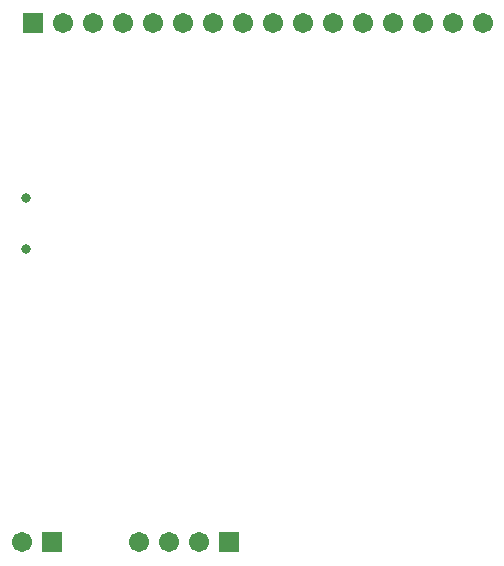
<source format=gbs>
G04*
G04 #@! TF.GenerationSoftware,Altium Limited,Altium Designer,19.0.6 (157)*
G04*
G04 Layer_Color=16711935*
%FSLAX24Y24*%
%MOIN*%
G70*
G01*
G75*
%ADD34C,0.0671*%
%ADD35R,0.0671X0.0671*%
%ADD36C,0.0316*%
D34*
X24600Y26834D02*
D03*
X30500D02*
D03*
X29500D02*
D03*
X28500D02*
D03*
X28950Y44150D02*
D03*
X29950D02*
D03*
X27950D02*
D03*
X31950D02*
D03*
X32950D02*
D03*
X30950D02*
D03*
X26950D02*
D03*
X25950D02*
D03*
X33950D02*
D03*
X34950D02*
D03*
X36950D02*
D03*
X35950D02*
D03*
X37950D02*
D03*
X38950D02*
D03*
X39950D02*
D03*
D35*
X25600Y26834D02*
D03*
X31500D02*
D03*
X24950Y44150D02*
D03*
D36*
X24729Y38331D02*
D03*
Y36599D02*
D03*
M02*

</source>
